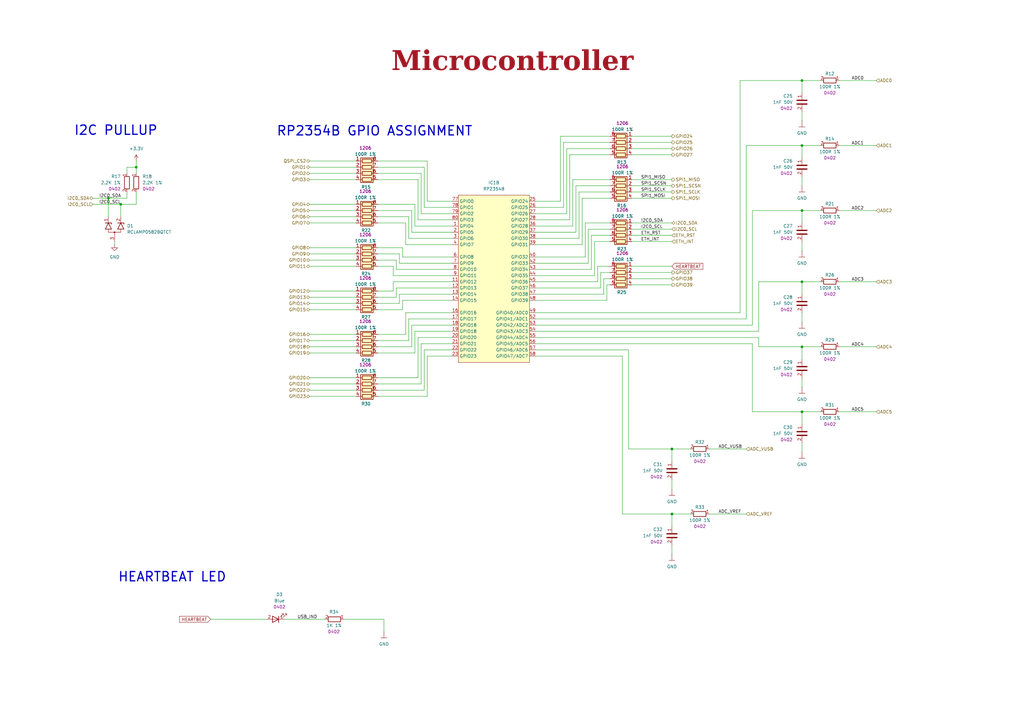
<source format=kicad_sch>
(kicad_sch (version 20250114) (generator "eeschema") (generator_version "9.0")
  (paper "A3")
  (title_block (title "Microcontroller") (date "2026-02-05") (rev "1.0.0") (company "DvidMakesThings"))
  (lib_symbols
    (symbol "DS_Capacitor_0402:1nF 50V 0402"
      (property "Reference" "C" (at 3.81 2.032 0))
      (property "Value" "1nF 50V" (at 3.81 0 0))
      (property "FOOTPRINT_SHORT" "0402" (at 3.81 -2.032 0))
      (symbol "1nF 50V 0402_1_1"
        (pin passive line (at 0 3.81 270) (length 2.794) (name "~") (number "1"))
        (pin passive line (at 0 -3.81 90) (length 2.794) (name "~") (number "2"))
      )
    )
    (symbol "DS_Diode:RCLAMP0582BQTCT"
      (property "Reference" "D" (at 5.588 1.778 0))
      (property "Value" "RCLAMP0582BQTCT" (at 5.588 -0.254 0))
      (symbol "RCLAMP0582BQTCT_0_1"
        (pin passive line (at 0 -5.08 90) (length 2.54) (name "A") (number "3"))
      )
      (symbol "RCLAMP0582BQTCT_1_1"
        (pin passive line (at -2.54 5.08 270) (length 2.54) (name "K1") (number "1"))
        (pin passive line (at 2.54 5.08 270) (length 2.54) (name "K2") (number "2"))
      )
    )
    (symbol "DS_Microcontroller:RP2354B"
      (property "Reference" "IC" (at 5.588 39.37 0))
      (property "Value" "RP2354B" (at 6.096 36.83 0))
      (symbol "RP2354B_1_1"
        (pin power_in line (at -16.51 31.75 0) (length 2.54) (name "IOVDD1") (number "5"))
        (pin power_in line (at -16.51 29.21 0) (length 2.54) (name "IOVDD2") (number "15"))
        (pin power_in line (at -16.51 26.67 0) (length 2.54) (name "IOVDD3") (number "24"))
        (pin power_in line (at -16.51 24.13 0) (length 2.54) (name "IOVDD4") (number "29"))
        (pin power_in line (at -16.51 21.59 0) (length 2.54) (name "IOVDD5") (number "41"))
        (pin power_in line (at -16.51 19.05 0) (length 2.54) (name "IOVDD6") (number "50"))
        (pin power_in line (at -16.51 16.51 0) (length 2.54) (name "IOVDD7") (number "60"))
        (pin power_in line (at -16.51 13.97 0) (length 2.54) (name "IOVDD8") (number "76"))
        (pin passive line (at -16.51 7.62 0) (length 2.54) (name "ADC_AVDD") (number "59"))
        (pin power_in line (at -16.51 5.08 0) (length 2.54) (name "VREG_AVDD") (number "61"))
        (pin power_in line (at -16.51 0 0) (length 2.54) (name "QSPI_IOVDD") (number "69"))
        (pin power_in line (at -16.51 -2.54 0) (length 2.54) (name "USB_OTP_VDD") (number "68"))
        (pin power_in line (at -16.51 -7.62 0) (length 2.54) (name "VREG_IN") (number "64"))
        (pin power_out line (at -16.51 -10.16 0) (length 2.54) (name "VREF_FB") (number "65"))
        (pin passive line (at -16.51 -12.7 0) (length 2.54) (name "VREG_LC") (number "63"))
        (pin power_in line (at -16.51 -17.78 0) (length 2.54) (name "DVDD1") (number "10"))
        (pin power_in line (at -16.51 -20.32 0) (length 2.54) (name "DVDD2") (number "32"))
        (pin power_in line (at -16.51 -22.86 0) (length 2.54) (name "DVDD3") (number "51"))
        (pin power_in line (at -16.51 -29.21 0) (length 2.54) (name "VREG_PGND") (number "62"))
        (pin power_in line (at -16.51 -31.75 0) (length 2.54) (name "GND") (number "81"))
        (pin input line (at 17.78 31.75 180) (length 2.54) (name "RUN") (number "35"))
        (pin passive line (at 17.78 19.05 180) (length 2.54) (name "USB_DM") (number "66"))
        (pin passive line (at 17.78 16.51 180) (length 2.54) (name "USB_DP") (number "67"))
        (pin passive line (at 17.78 10.16 180) (length 2.54) (name "SWDIO") (number "34"))
        (pin passive line (at 17.78 7.62 180) (length 2.54) (name "SWCLK") (number "33"))
        (pin passive line (at 17.78 0 180) (length 2.54) (name "XIN") (number "30"))
        (pin passive line (at 17.78 -2.54 180) (length 2.54) (name "XOUT") (number "31"))
        (pin passive line (at 17.78 -19.05 180) (length 2.54) (name "QSPI_SS") (number "75"))
        (pin passive line (at 17.78 -21.59 180) (length 2.54) (name "QSPI_SCLK") (number "71"))
        (pin passive line (at 17.78 -24.13 180) (length 2.54) (name "QSPI_SD0") (number "72"))
        (pin passive line (at 17.78 -26.67 180) (length 2.54) (name "QSPI_SD1") (number "74"))
        (pin passive line (at 17.78 -29.21 180) (length 2.54) (name "QSPI_SD2") (number "73"))
        (pin passive line (at 17.78 -31.75 180) (length 2.54) (name "QSPI_SD3") (number "70"))
      )
      (symbol "RP2354B_2_1"
        (pin bidirectional line (at -16.51 31.75 0) (length 2.54) (name "GPIO0") (number "77"))
        (pin bidirectional line (at -16.51 29.21 0) (length 2.54) (name "GPIO1") (number "78"))
        (pin bidirectional line (at -16.51 26.67 0) (length 2.54) (name "GPIO2") (number "79"))
        (pin bidirectional line (at -16.51 24.13 0) (length 2.54) (name "GPIO3") (number "80"))
        (pin bidirectional line (at -16.51 21.59 0) (length 2.54) (name "GPIO4") (number "1"))
        (pin bidirectional line (at -16.51 19.05 0) (length 2.54) (name "GPIO5") (number "2"))
        (pin bidirectional line (at -16.51 16.51 0) (length 2.54) (name "GPIO6") (number "3"))
        (pin bidirectional line (at -16.51 13.97 0) (length 2.54) (name "GPIO7") (number "4"))
        (pin bidirectional line (at -16.51 8.89 0) (length 2.54) (name "GPIO8") (number "6"))
        (pin bidirectional line (at -16.51 6.35 0) (length 2.54) (name "GPIO9") (number "7"))
        (pin bidirectional line (at -16.51 3.81 0) (length 2.54) (name "GPIO10") (number "8"))
        (pin bidirectional line (at -16.51 1.27 0) (length 2.54) (name "GPIO11") (number "9"))
        (pin bidirectional line (at -16.51 -1.27 0) (length 2.54) (name "GPIO12") (number "11"))
        (pin bidirectional line (at -16.51 -3.81 0) (length 2.54) (name "GPIO13") (number "12"))
        (pin bidirectional line (at -16.51 -6.35 0) (length 2.54) (name "GPIO14") (number "13"))
        (pin bidirectional line (at -16.51 -8.89 0) (length 2.54) (name "GPIO15") (number "14"))
        (pin bidirectional line (at -16.51 -13.97 0) (length 2.54) (name "GPIO16") (number "16"))
        (pin bidirectional line (at -16.51 -16.51 0) (length 2.54) (name "GPIO17") (number "17"))
        (pin bidirectional line (at -16.51 -19.05 0) (length 2.54) (name "GPIO18") (number "18"))
        (pin bidirectional line (at -16.51 -21.59 0) (length 2.54) (name "GPIO18") (number "19"))
        (pin bidirectional line (at -16.51 -24.13 0) (length 2.54) (name "GPIO20") (number "20"))
        (pin bidirectional line (at -16.51 -26.67 0) (length 2.54) (name "GPIO21") (number "21"))
        (pin bidirectional line (at -16.51 -29.21 0) (length 2.54) (name "GPIO22") (number "22"))
        (pin bidirectional line (at -16.51 -31.75 0) (length 2.54) (name "GPIO23") (number "23"))
        (pin bidirectional line (at 17.78 31.75 180) (length 2.54) (name "GPIO24") (number "25"))
        (pin bidirectional line (at 17.78 29.21 180) (length 2.54) (name "GPIO25") (number "26"))
        (pin bidirectional line (at 17.78 26.67 180) (length 2.54) (name "GPIO26") (number "27"))
        (pin bidirectional line (at 17.78 24.13 180) (length 2.54) (name "GPIO27") (number "28"))
        (pin bidirectional line (at 17.78 21.59 180) (length 2.54) (name "GPIO28") (number "36"))
        (pin bidirectional line (at 17.78 19.05 180) (length 2.54) (name "GPIO29") (number "37"))
        (pin bidirectional line (at 17.78 16.51 180) (length 2.54) (name "GPIO30") (number "38"))
        (pin bidirectional line (at 17.78 13.97 180) (length 2.54) (name "GPIO31") (number "39"))
        (pin bidirectional line (at 17.78 8.89 180) (length 2.54) (name "GPIO32") (number "40"))
        (pin bidirectional line (at 17.78 6.35 180) (length 2.54) (name "GPIO33") (number "42"))
        (pin bidirectional line (at 17.78 3.81 180) (length 2.54) (name "GPIO34") (number "43"))
        (pin bidirectional line (at 17.78 1.27 180) (length 2.54) (name "GPIO35") (number "44"))
        (pin bidirectional line (at 17.78 -1.27 180) (length 2.54) (name "GPIO36") (number "45"))
        (pin bidirectional line (at 17.78 -3.81 180) (length 2.54) (name "GPIO37") (number "46"))
        (pin bidirectional line (at 17.78 -6.35 180) (length 2.54) (name "GPIO38") (number "47"))
        (pin bidirectional line (at 17.78 -8.89 180) (length 2.54) (name "GPIO39") (number "48"))
        (pin bidirectional line (at 17.78 -13.97 180) (length 2.54) (name "GPIO40/ADC0") (number "49"))
        (pin bidirectional line (at 17.78 -16.51 180) (length 2.54) (name "GPIO41/ADC1") (number "52"))
        (pin bidirectional line (at 17.78 -19.05 180) (length 2.54) (name "GPIO42/ADC2") (number "53"))
        (pin bidirectional line (at 17.78 -21.59 180) (length 2.54) (name "GPIO43/ADC3") (number "54"))
        (pin bidirectional line (at 17.78 -24.13 180) (length 2.54) (name "GPIO44/ADC4") (number "55"))
        (pin bidirectional line (at 17.78 -26.67 180) (length 2.54) (name "GPIO45/ADC5") (number "56"))
        (pin bidirectional line (at 17.78 -29.21 180) (length 2.54) (name "GPIO46/ADC6") (number "57"))
        (pin bidirectional line (at 17.78 -31.75 180) (length 2.54) (name "GPIO47/ADC7") (number "58"))
      )
    )
    (symbol "DS_Opto:Blue 0402"
      (property "Reference" "D" (at -1.27 5.08 0))
      (property "Value" "Blue" (at -1.27 2.794 0))
      (property "Size" "0402" (at -1.016 -3.302 0))
      (symbol "Blue 0402_1_1"
        (pin passive line (at -3.81 0 0) (length 2.54) (name "") (number "1"))
        (pin passive line (at 3.81 0 180) (length 2.54) (name "") (number "2"))
      )
    )
    (symbol "DS_Resistor_0402:100R 1% 0402"
      (property "Reference" "R" (at 2.032 2.032 0))
      (property "Value" "100R 1%" (at 2.032 0 0))
      (property "FOOTPRINT_SHORT" "0402" (at 2.032 -2.032 0))
      (symbol "100R 1% 0402_1_1"
        (pin passive line (at 0 3.81 270) (length 1.27) (name "~") (number "1"))
        (pin passive line (at 0 -3.81 90) (length 1.27) (name "~") (number "2"))
      )
    )
    (symbol "DS_Resistor_0402:1K 1% 0402"
      (property "Reference" "R" (at 2.032 2.032 0))
      (property "Value" "1K 1%" (at 2.032 0 0))
      (property "FOOTPRINT_SHORT" "0402" (at 2.032 -2.032 0))
      (symbol "1K 1% 0402_1_1"
        (pin passive line (at 0 3.81 270) (length 1.27) (name "~") (number "1"))
        (pin passive line (at 0 -3.81 90) (length 1.27) (name "~") (number "2"))
      )
    )
    (symbol "DS_Resistor_0402:2.2K 1% 0402"
      (property "Reference" "R" (at 2.032 2.032 0))
      (property "Value" "2.2K 1%" (at 2.032 0 0))
      (property "FOOTPRINT_SHORT" "0402" (at 2.032 -2.032 0))
      (symbol "2.2K 1% 0402_1_1"
        (pin passive line (at 0 3.81 270) (length 1.27) (name "~") (number "1"))
        (pin passive line (at 0 -3.81 90) (length 1.27) (name "~") (number "2"))
      )
    )
    (symbol "DS_Resistor_1206:100R 1% ARRAY 1206"
      (property "Reference" "R" (at 6.096 2.794 0))
      (property "Value" "100R 1%" (at 6.096 0.762 0))
      (property "FOOTPRINT_SHORT" "1206" (at 6.096 -1.27 0))
      (symbol "100R 1% ARRAY 1206_1_1"
        (pin passive line (at -3.81 5.08 270) (length 2.54) (name "R12") (number "8"))
        (pin passive line (at -3.81 -3.81 90) (length 1.27) (name "R11") (number "1"))
        (pin passive line (at -1.27 5.08 270) (length 2.54) (name "R22") (number "7"))
        (pin passive line (at -1.27 -3.81 90) (length 1.27) (name "R12") (number "2"))
        (pin passive line (at 1.27 5.08 270) (length 2.54) (name "R23") (number "6"))
        (pin passive line (at 1.27 -3.81 90) (length 1.27) (name "R13") (number "3"))
        (pin passive line (at 3.81 5.08 270) (length 2.54) (name "R24") (number "5"))
        (pin passive line (at 3.81 -3.81 90) (length 1.27) (name "R14") (number "4"))
      )
    )
    (symbol "DS_Supply:GND" (power) (pin_numbers (hide yes)) (pin_names (offset 0) (hide yes))
      (property "Value" "GND" (at 0 -3.81 0))
      (symbol "GND_1_1"
        (pin power_in line (at 0 0 270) (length 0) (name "~") (number "1"))
      )
    )
    (symbol "power:+3.3V" (power) (pin_numbers (hide yes)) (pin_names (offset 0) (hide yes))
      (property "Value" "+3.3V" (at 0 3.556 0))
      (symbol "+3.3V_1_1"
        (pin power_in line (at 0 0 90) (length 0) (name "~") (number "1"))
      )
    )
    (symbol "power:GND" (power) (pin_numbers (hide yes)) (pin_names (offset 0) (hide yes))
      (property "Value" "GND" (at 0 -3.81 0))
      (symbol "GND_1_1"
        (pin power_in line (at 0 0 270) (length 0) (name "~") (number "1"))
      )
    )
  )
  (text "I2C PULLUP" (at 30.226 53.594 0) (effects (font (size 3.81 3.81) (thickness 0.508) (bold yes)) (justify left)))
  (text "HEARTBEAT LED" (at 48.26 236.728 0) (effects (font (size 3.81 3.81) (thickness 0.508) (bold yes)) (justify left)))
  (text "RP2354B GPIO ASSIGNMENT" (at 113.284 53.848 0) (effects (font (size 3.81 3.81) (thickness 0.508) (bold yes)) (justify left)))
  (text_box "Microcontroller" (at 12.7 19.05 0) (size 394.97 12.7) (margins 5.9999 5.9999 5.9999 5.9999) (stroke (width -0.0001)) (effects (font (size 8 8) (thickness 1.2) (bold yes))))
  (junction (at 328.93 59.69))
  (junction (at 328.93 86.36))
  (junction (at 275.59 210.82))
  (junction (at 328.93 142.24))
  (junction (at 55.88 68.58))
  (junction (at 44.45 81.28))
  (junction (at 49.53 83.82))
  (junction (at 328.93 33.02))
  (junction (at 275.59 184.15))
  (junction (at 328.93 168.91))
  (junction (at 328.93 115.57))
  (wire (pts (xy 328.93 185.42) (xy 328.93 181.61)))
  (wire (pts (xy 154.94 121.92) (xy 162.56 121.92)))
  (wire (pts (xy 236.22 76.2) (xy 236.22 95.25)))
  (wire (pts (xy 154.94 106.68) (xy 162.56 106.68)))
  (wire (pts (xy 38.1 83.82) (xy 49.53 83.82)))
  (wire (pts (xy 219.71 133.35) (xy 308.61 133.35)))
  (wire (pts (xy 109.22 254) (xy 86.36 254)))
  (wire (pts (xy 247.65 120.65) (xy 219.71 120.65)))
  (wire (pts (xy 328.93 115.57) (xy 328.93 120.65)))
  (wire (pts (xy 166.37 137.16) (xy 166.37 128.27)))
  (wire (pts (xy 157.48 254) (xy 157.48 259.08)))
  (wire (pts (xy 175.26 66.04) (xy 175.26 82.55)))
  (wire (pts (xy 232.41 87.63) (xy 219.71 87.63)))
  (wire (pts (xy 154.94 137.16) (xy 166.37 137.16)))
  (wire (pts (xy 171.45 138.43) (xy 185.42 138.43)))
  (wire (pts (xy 336.55 115.57) (xy 328.93 115.57)))
  (wire (pts (xy 166.37 91.44) (xy 166.37 100.33)))
  (wire (pts (xy 311.15 138.43) (xy 311.15 142.24)))
  (wire (pts (xy 240.03 91.44) (xy 240.03 105.41)))
  (wire (pts (xy 127 160.02) (xy 146.05 160.02)))
  (wire (pts (xy 166.37 100.33) (xy 185.42 100.33)))
  (wire (pts (xy 306.07 184.15) (xy 290.83 184.15)))
  (wire (pts (xy 168.91 142.24) (xy 168.91 133.35)))
  (wire (pts (xy 165.1 105.41) (xy 185.42 105.41)))
  (wire (pts (xy 237.49 78.74) (xy 237.49 97.79)))
  (wire (pts (xy 248.92 116.84) (xy 250.19 116.84)))
  (wire (pts (xy 52.07 68.58) (xy 55.88 68.58)))
  (wire (pts (xy 170.18 135.89) (xy 185.42 135.89)))
  (wire (pts (xy 127 106.68) (xy 146.05 106.68)))
  (wire (pts (xy 259.08 58.42) (xy 275.59 58.42)))
  (wire (pts (xy 55.88 78.74) (xy 55.88 83.82)))
  (wire (pts (xy 241.3 93.98) (xy 241.3 107.95)))
  (wire (pts (xy 250.19 76.2) (xy 236.22 76.2)))
  (wire (pts (xy 127 66.04) (xy 146.05 66.04)))
  (wire (pts (xy 234.95 73.66) (xy 234.95 92.71)))
  (wire (pts (xy 242.57 110.49) (xy 219.71 110.49)))
  (wire (pts (xy 171.45 90.17) (xy 185.42 90.17)))
  (wire (pts (xy 173.99 143.51) (xy 185.42 143.51)))
  (wire (pts (xy 127 142.24) (xy 146.05 142.24)))
  (wire (pts (xy 163.83 104.14) (xy 163.83 107.95)))
  (wire (pts (xy 359.41 33.02) (xy 344.17 33.02)))
  (wire (pts (xy 336.55 86.36) (xy 328.93 86.36)))
  (wire (pts (xy 303.53 128.27) (xy 303.53 33.02)))
  (wire (pts (xy 219.71 138.43) (xy 311.15 138.43)))
  (wire (pts (xy 231.14 85.09) (xy 219.71 85.09)))
  (wire (pts (xy 175.26 146.05) (xy 185.42 146.05)))
  (wire (pts (xy 52.07 71.12) (xy 52.07 68.58)))
  (wire (pts (xy 154.94 157.48) (xy 172.72 157.48)))
  (wire (pts (xy 328.93 76.2) (xy 328.93 72.39)))
  (wire (pts (xy 328.93 142.24) (xy 328.93 147.32)))
  (wire (pts (xy 172.72 87.63) (xy 185.42 87.63)))
  (wire (pts (xy 259.08 55.88) (xy 275.59 55.88)))
  (wire (pts (xy 154.94 66.04) (xy 175.26 66.04)))
  (wire (pts (xy 259.08 91.44) (xy 275.59 91.44)))
  (wire (pts (xy 116.84 254) (xy 133.35 254)))
  (wire (pts (xy 233.68 90.17) (xy 219.71 90.17)))
  (wire (pts (xy 154.94 144.78) (xy 170.18 144.78)))
  (wire (pts (xy 171.45 73.66) (xy 171.45 90.17)))
  (wire (pts (xy 127 101.6) (xy 146.05 101.6)))
  (wire (pts (xy 229.87 55.88) (xy 229.87 82.55)))
  (wire (pts (xy 44.45 81.28) (xy 44.45 88.9)))
  (wire (pts (xy 259.08 76.2) (xy 275.59 76.2)))
  (wire (pts (xy 167.64 97.79) (xy 185.42 97.79)))
  (wire (pts (xy 243.84 113.03) (xy 219.71 113.03)))
  (wire (pts (xy 275.59 184.15) (xy 275.59 189.23)))
  (wire (pts (xy 127 157.48) (xy 146.05 157.48)))
  (wire (pts (xy 172.72 157.48) (xy 172.72 140.97)))
  (wire (pts (xy 275.59 227.33) (xy 275.59 223.52)))
  (wire (pts (xy 238.76 81.28) (xy 238.76 100.33)))
  (wire (pts (xy 306.07 59.69) (xy 328.93 59.69)))
  (wire (pts (xy 165.1 123.19) (xy 185.42 123.19)))
  (wire (pts (xy 52.07 78.74) (xy 52.07 81.28)))
  (wire (pts (xy 170.18 83.82) (xy 170.18 92.71)))
  (wire (pts (xy 238.76 100.33) (xy 219.71 100.33)))
  (wire (pts (xy 245.11 109.22) (xy 250.19 109.22)))
  (wire (pts (xy 161.29 113.03) (xy 185.42 113.03)))
  (wire (pts (xy 259.08 81.28) (xy 275.59 81.28)))
  (wire (pts (xy 154.94 71.12) (xy 172.72 71.12)))
  (wire (pts (xy 246.38 111.76) (xy 250.19 111.76)))
  (wire (pts (xy 219.71 135.89) (xy 311.15 135.89)))
  (wire (pts (xy 336.55 33.02) (xy 328.93 33.02)))
  (wire (pts (xy 359.41 59.69) (xy 344.17 59.69)))
  (wire (pts (xy 259.08 109.22) (xy 275.59 109.22)))
  (wire (pts (xy 127 144.78) (xy 146.05 144.78)))
  (wire (pts (xy 154.94 154.94) (xy 171.45 154.94)))
  (wire (pts (xy 275.59 200.66) (xy 275.59 196.85)))
  (wire (pts (xy 283.21 210.82) (xy 275.59 210.82)))
  (wire (pts (xy 250.19 78.74) (xy 237.49 78.74)))
  (wire (pts (xy 171.45 154.94) (xy 171.45 138.43)))
  (wire (pts (xy 168.91 86.36) (xy 168.91 95.25)))
  (wire (pts (xy 165.1 127) (xy 165.1 123.19)))
  (wire (pts (xy 308.61 86.36) (xy 328.93 86.36)))
  (wire (pts (xy 306.07 130.81) (xy 306.07 59.69)))
  (wire (pts (xy 173.99 68.58) (xy 173.99 85.09)))
  (wire (pts (xy 219.71 143.51) (xy 257.81 143.51)))
  (wire (pts (xy 154.94 127) (xy 165.1 127)))
  (wire (pts (xy 154.94 160.02) (xy 173.99 160.02)))
  (wire (pts (xy 219.71 140.97) (xy 308.61 140.97)))
  (wire (pts (xy 328.93 132.08) (xy 328.93 128.27)))
  (wire (pts (xy 127 109.22) (xy 146.05 109.22)))
  (wire (pts (xy 173.99 160.02) (xy 173.99 143.51)))
  (wire (pts (xy 55.88 68.58) (xy 55.88 71.12)))
  (wire (pts (xy 154.94 88.9) (xy 167.64 88.9)))
  (wire (pts (xy 154.94 109.22) (xy 161.29 109.22)))
  (wire (pts (xy 255.27 210.82) (xy 275.59 210.82)))
  (wire (pts (xy 242.57 96.52) (xy 242.57 110.49)))
  (wire (pts (xy 154.94 68.58) (xy 173.99 68.58)))
  (wire (pts (xy 38.1 81.28) (xy 44.45 81.28)))
  (wire (pts (xy 127 137.16) (xy 146.05 137.16)))
  (wire (pts (xy 162.56 121.92) (xy 162.56 118.11)))
  (wire (pts (xy 336.55 168.91) (xy 328.93 168.91)))
  (wire (pts (xy 162.56 106.68) (xy 162.56 110.49)))
  (wire (pts (xy 328.93 158.75) (xy 328.93 154.94)))
  (wire (pts (xy 127 86.36) (xy 146.05 86.36)))
  (wire (pts (xy 127 83.82) (xy 146.05 83.82)))
  (wire (pts (xy 241.3 107.95) (xy 219.71 107.95)))
  (wire (pts (xy 306.07 210.82) (xy 290.83 210.82)))
  (wire (pts (xy 328.93 59.69) (xy 328.93 64.77)))
  (wire (pts (xy 247.65 114.3) (xy 247.65 120.65)))
  (wire (pts (xy 250.19 58.42) (xy 231.14 58.42)))
  (wire (pts (xy 229.87 82.55) (xy 219.71 82.55)))
  (wire (pts (xy 303.53 33.02) (xy 328.93 33.02)))
  (wire (pts (xy 163.83 124.46) (xy 163.83 120.65)))
  (wire (pts (xy 154.94 139.7) (xy 167.64 139.7)))
  (wire (pts (xy 127 71.12) (xy 146.05 71.12)))
  (wire (pts (xy 308.61 133.35) (xy 308.61 86.36)))
  (wire (pts (xy 259.08 114.3) (xy 275.59 114.3)))
  (wire (pts (xy 46.99 100.33) (xy 46.99 99.06)))
  (wire (pts (xy 168.91 133.35) (xy 185.42 133.35)))
  (wire (pts (xy 127 162.56) (xy 146.05 162.56)))
  (wire (pts (xy 163.83 107.95) (xy 185.42 107.95)))
  (wire (pts (xy 257.81 143.51) (xy 257.81 184.15)))
  (wire (pts (xy 259.08 60.96) (xy 275.59 60.96)))
  (wire (pts (xy 248.92 116.84) (xy 248.92 123.19)))
  (wire (pts (xy 259.08 93.98) (xy 275.59 93.98)))
  (wire (pts (xy 172.72 71.12) (xy 172.72 87.63)))
  (wire (pts (xy 328.93 86.36) (xy 328.93 91.44)))
  (wire (pts (xy 248.92 123.19) (xy 219.71 123.19)))
  (wire (pts (xy 308.61 168.91) (xy 328.93 168.91)))
  (wire (pts (xy 167.64 130.81) (xy 185.42 130.81)))
  (wire (pts (xy 237.49 97.79) (xy 219.71 97.79)))
  (wire (pts (xy 311.15 135.89) (xy 311.15 115.57)))
  (wire (pts (xy 49.53 83.82) (xy 55.88 83.82)))
  (wire (pts (xy 173.99 85.09) (xy 185.42 85.09)))
  (wire (pts (xy 127 68.58) (xy 146.05 68.58)))
  (wire (pts (xy 259.08 116.84) (xy 275.59 116.84)))
  (wire (pts (xy 259.08 78.74) (xy 275.59 78.74)))
  (wire (pts (xy 154.94 162.56) (xy 175.26 162.56)))
  (wire (pts (xy 154.94 73.66) (xy 171.45 73.66)))
  (wire (pts (xy 240.03 105.41) (xy 219.71 105.41)))
  (wire (pts (xy 250.19 60.96) (xy 232.41 60.96)))
  (wire (pts (xy 170.18 144.78) (xy 170.18 135.89)))
  (wire (pts (xy 336.55 142.24) (xy 328.93 142.24)))
  (wire (pts (xy 167.64 88.9) (xy 167.64 97.79)))
  (wire (pts (xy 308.61 140.97) (xy 308.61 168.91)))
  (wire (pts (xy 259.08 111.76) (xy 275.59 111.76)))
  (wire (pts (xy 328.93 102.87) (xy 328.93 99.06)))
  (wire (pts (xy 259.08 63.5) (xy 275.59 63.5)))
  (wire (pts (xy 250.19 96.52) (xy 242.57 96.52)))
  (wire (pts (xy 243.84 99.06) (xy 243.84 113.03)))
  (wire (pts (xy 161.29 119.38) (xy 154.94 119.38)))
  (wire (pts (xy 49.53 83.82) (xy 49.53 88.9)))
  (wire (pts (xy 127 73.66) (xy 146.05 73.66)))
  (wire (pts (xy 255.27 146.05) (xy 219.71 146.05)))
  (wire (pts (xy 250.19 73.66) (xy 234.95 73.66)))
  (wire (pts (xy 154.94 101.6) (xy 165.1 101.6)))
  (wire (pts (xy 127 91.44) (xy 146.05 91.44)))
  (wire (pts (xy 359.41 115.57) (xy 344.17 115.57)))
  (wire (pts (xy 154.94 91.44) (xy 166.37 91.44)))
  (wire (pts (xy 219.71 128.27) (xy 303.53 128.27)))
  (wire (pts (xy 55.88 66.04) (xy 55.88 68.58)))
  (wire (pts (xy 163.83 120.65) (xy 185.42 120.65)))
  (wire (pts (xy 140.97 254) (xy 157.48 254)))
  (wire (pts (xy 168.91 95.25) (xy 185.42 95.25)))
  (wire (pts (xy 127 124.46) (xy 146.05 124.46)))
  (wire (pts (xy 170.18 92.71) (xy 185.42 92.71)))
  (wire (pts (xy 127 127) (xy 146.05 127)))
  (wire (pts (xy 359.41 142.24) (xy 344.17 142.24)))
  (wire (pts (xy 246.38 118.11) (xy 219.71 118.11)))
  (wire (pts (xy 259.08 96.52) (xy 275.59 96.52)))
  (wire (pts (xy 311.15 142.24) (xy 328.93 142.24)))
  (wire (pts (xy 247.65 114.3) (xy 250.19 114.3)))
  (wire (pts (xy 234.95 92.71) (xy 219.71 92.71)))
  (wire (pts (xy 127 88.9) (xy 146.05 88.9)))
  (wire (pts (xy 250.19 91.44) (xy 240.03 91.44)))
  (wire (pts (xy 336.55 59.69) (xy 328.93 59.69)))
  (wire (pts (xy 250.19 99.06) (xy 243.84 99.06)))
  (wire (pts (xy 359.41 86.36) (xy 344.17 86.36)))
  (wire (pts (xy 175.26 82.55) (xy 185.42 82.55)))
  (wire (pts (xy 236.22 95.25) (xy 219.71 95.25)))
  (wire (pts (xy 161.29 115.57) (xy 185.42 115.57)))
  (wire (pts (xy 44.45 81.28) (xy 52.07 81.28)))
  (wire (pts (xy 127 154.94) (xy 146.05 154.94)))
  (wire (pts (xy 328.93 49.53) (xy 328.93 45.72)))
  (wire (pts (xy 231.14 58.42) (xy 231.14 85.09)))
  (wire (pts (xy 257.81 184.15) (xy 275.59 184.15)))
  (wire (pts (xy 154.94 142.24) (xy 168.91 142.24)))
  (wire (pts (xy 172.72 140.97) (xy 185.42 140.97)))
  (wire (pts (xy 359.41 168.91) (xy 344.17 168.91)))
  (wire (pts (xy 154.94 83.82) (xy 170.18 83.82)))
  (wire (pts (xy 259.08 99.06) (xy 275.59 99.06)))
  (wire (pts (xy 161.29 109.22) (xy 161.29 113.03)))
  (wire (pts (xy 167.64 139.7) (xy 167.64 130.81)))
  (wire (pts (xy 245.11 109.22) (xy 245.11 115.57)))
  (wire (pts (xy 250.19 93.98) (xy 241.3 93.98)))
  (wire (pts (xy 233.68 63.5) (xy 233.68 90.17)))
  (wire (pts (xy 127 139.7) (xy 146.05 139.7)))
  (wire (pts (xy 219.71 130.81) (xy 306.07 130.81)))
  (wire (pts (xy 154.94 86.36) (xy 168.91 86.36)))
  (wire (pts (xy 250.19 81.28) (xy 238.76 81.28)))
  (wire (pts (xy 166.37 128.27) (xy 185.42 128.27)))
  (wire (pts (xy 255.27 210.82) (xy 255.27 146.05)))
  (wire (pts (xy 246.38 111.76) (xy 246.38 118.11)))
  (wire (pts (xy 154.94 124.46) (xy 163.83 124.46)))
  (wire (pts (xy 175.26 162.56) (xy 175.26 146.05)))
  (wire (pts (xy 328.93 33.02) (xy 328.93 38.1)))
  (wire (pts (xy 328.93 168.91) (xy 328.93 173.99)))
  (wire (pts (xy 250.19 55.88) (xy 229.87 55.88)))
  (wire (pts (xy 232.41 60.96) (xy 232.41 87.63)))
  (wire (pts (xy 165.1 101.6) (xy 165.1 105.41)))
  (wire (pts (xy 127 104.14) (xy 146.05 104.14)))
  (wire (pts (xy 275.59 210.82) (xy 275.59 215.9)))
  (wire (pts (xy 311.15 115.57) (xy 328.93 115.57)))
  (wire (pts (xy 127 121.92) (xy 146.05 121.92)))
  (wire (pts (xy 245.11 115.57) (xy 219.71 115.57)))
  (wire (pts (xy 250.19 63.5) (xy 233.68 63.5)))
  (wire (pts (xy 283.21 184.15) (xy 275.59 184.15)))
  (wire (pts (xy 154.94 104.14) (xy 163.83 104.14)))
  (wire (pts (xy 162.56 118.11) (xy 185.42 118.11)))
  (wire (pts (xy 259.08 73.66) (xy 275.59 73.66)))
  (wire (pts (xy 162.56 110.49) (xy 185.42 110.49)))
  (wire (pts (xy 127 119.38) (xy 146.05 119.38)))
  (wire (pts (xy 161.29 115.57) (xy 161.29 119.38)))
  (label "USB_IND" (at 121.92 254 0))
  (label "ETH_RST" (at 262.89 96.52 0))
  (label "ADC1" (at 349.25 59.69 0))
  (label "I2C0_SCL" (at 40.64 83.82 0))
  (label "I2C0_SDA" (at 262.89 91.44 0))
  (label "ADC_VREF" (at 294.64 210.82 0))
  (label "ADC4" (at 349.25 142.24 0))
  (label "SPI1_MOSI" (at 262.89 81.28 0))
  (label "SPI1_SCSN" (at 262.89 76.2 0))
  (label "SPI1_SCLK" (at 262.89 78.74 0))
  (label "SPI1_MISO" (at 262.89 73.66 0))
  (label "ADC3" (at 349.25 115.57 0))
  (label "I2C0_SDA" (at 40.64 81.28 0))
  (label "ADC0" (at 349.25 33.02 0))
  (label "ADC_VUSB" (at 294.64 184.15 0))
  (label "ADC5" (at 349.25 168.91 0))
  (label "I2C0_SCL" (at 262.89 93.98 0))
  (label "ADC2" (at 349.25 86.36 0))
  (label "ETH_INT" (at 262.89 99.06 0))
  (global_label "HEARTBEAT" (shape input) (at 275.59 109.22 0) (property "Intersheetrefs" "${INTERSHEET_REFS}" (effects (hide yes))))
  (global_label "HEARTBEAT" (shape input) (at 86.36 254 180) (property "Intersheetrefs" "${INTERSHEET_REFS}" (effects (hide yes))))
  (hierarchical_label "GPIO27" (shape output) (at 275.59 63.5 0))
  (hierarchical_label "GPIO26" (shape output) (at 275.59 60.96 0))
  (hierarchical_label "I2C0_SCL" (shape input) (at 38.1 83.82 180))
  (hierarchical_label "I2C0_SDA" (shape bidirectional) (at 38.1 81.28 180))
  (hierarchical_label "GPIO19" (shape bidirectional) (at 127 144.78 180))
  (hierarchical_label "I2C0_SDA" (shape bidirectional) (at 275.59 91.44 0))
  (hierarchical_label "ETH_RST" (shape input) (at 275.59 96.52 0))
  (hierarchical_label "GPIO12" (shape bidirectional) (at 127 119.38 180))
  (hierarchical_label "GPIO39" (shape output) (at 275.59 116.84 0))
  (hierarchical_label "GPIO10" (shape bidirectional) (at 127 106.68 180))
  (hierarchical_label "GPIO6" (shape bidirectional) (at 127 88.9 180))
  (hierarchical_label "GPIO23" (shape bidirectional) (at 127 162.56 180))
  (hierarchical_label "GPIO8" (shape bidirectional) (at 127 101.6 180))
  (hierarchical_label "GPIO16" (shape bidirectional) (at 127 137.16 180))
  (hierarchical_label "GPIO1" (shape bidirectional) (at 127 68.58 180))
  (hierarchical_label "I2C0_SCL" (shape input) (at 275.59 93.98 0))
  (hierarchical_label "GPIO3" (shape bidirectional) (at 127 73.66 180))
  (hierarchical_label "ADC2" (shape input) (at 359.41 86.36 0))
  (hierarchical_label "ADC1" (shape input) (at 359.41 59.69 0))
  (hierarchical_label "ETH_INT" (shape input) (at 275.59 99.06 0))
  (hierarchical_label "GPIO18" (shape bidirectional) (at 127 142.24 180))
  (hierarchical_label "GPIO2" (shape bidirectional) (at 127 71.12 180))
  (hierarchical_label "ADC3" (shape input) (at 359.41 115.57 0))
  (hierarchical_label "GPIO14" (shape bidirectional) (at 127 124.46 180))
  (hierarchical_label "SPI1_MISO" (shape output) (at 275.59 73.66 0))
  (hierarchical_label "GPIO25" (shape output) (at 275.59 58.42 0))
  (hierarchical_label "GPIO5" (shape bidirectional) (at 127 86.36 180))
  (hierarchical_label "ADC0" (shape input) (at 359.41 33.02 0))
  (hierarchical_label "GPIO20" (shape bidirectional) (at 127 154.94 180))
  (hierarchical_label "QSPI_CS2" (shape bidirectional) (at 127 66.04 180))
  (hierarchical_label "GPIO17" (shape bidirectional) (at 127 139.7 180))
  (hierarchical_label "GPIO15" (shape bidirectional) (at 127 127 180))
  (hierarchical_label "GPIO38" (shape output) (at 275.59 114.3 0))
  (hierarchical_label "ADC5" (shape input) (at 359.41 168.91 0))
  (hierarchical_label "ADC4" (shape input) (at 359.41 142.24 0))
  (hierarchical_label "GPIO4" (shape bidirectional) (at 127 83.82 180))
  (hierarchical_label "GPIO9" (shape bidirectional) (at 127 104.14 180))
  (hierarchical_label "GPIO13" (shape bidirectional) (at 127 121.92 180))
  (hierarchical_label "GPIO21" (shape bidirectional) (at 127 157.48 180))
  (hierarchical_label "ADC_VREF" (shape input) (at 306.07 210.82 0))
  (hierarchical_label "GPIO24" (shape output) (at 275.59 55.88 0))
  (hierarchical_label "SPI1_SCSN" (shape output) (at 275.59 76.2 0))
  (hierarchical_label "GPIO22" (shape bidirectional) (at 127 160.02 180))
  (hierarchical_label "SPI1_SCLK" (shape output) (at 275.59 78.74 0))
  (hierarchical_label "ADC_VUSB" (shape input) (at 306.07 184.15 0))
  (hierarchical_label "GPIO7" (shape bidirectional) (at 127 91.44 180))
  (hierarchical_label "GPIO11" (shape bidirectional) (at 127 109.22 180))
  (hierarchical_label "SPI1_MOSI" (shape output) (at 275.59 81.28 0))
  (hierarchical_label "GPIO37" (shape output) (at 275.59 111.76 0))
  (symbol (lib_id "DS_Resistor_0402:100R 1% 0402") (at 287.02 210.82 270) (mirror x) (unit 1)
    (property "Reference" "R33" (at 287.02 208.026 90))
    (property "Value" "100R 1%" (at 287.02 213.36 90))
    (property "Footprint" "Resistor_SMD:R_0402_1005Metric" (effects (hide yes)))
    (property "Description" "62.5mW Thick Film Resistors 50V ±1% ±200ppm/℃ 100Ω 0402 Chip Resistor - Surface Mount ROHS" (effects (hide yes)))
    (property "LCSC_PART" "C25076" (effects (hide yes)))
    (property "ROHS" "YES" (effects (hide yes)))
    (property "FOOTPRINT_SHORT" "0402" (at 287.02 215.9 90))
  )
  (symbol (lib_id "DS_Diode:RCLAMP0582BQTCT") (at 46.99 93.98 0) (unit 1)
    (property "Reference" "D1" (at 52.07 92.6464 0) (effects (justify left)))
    (property "Value" "RCLAMP0582BQTCT" (at 52.07 95.1864 0) (effects (justify left)))
    (property "Footprint" "DS_Diode:SOT-416" (effects (hide yes)))
    (property "Datasheet" "https://semtech.my.salesforce.com/sfc/p/#E0000000JelG/a/440000001Lzx/0M5l0VFdFhBLS7TSRfd1I2V77GSkvtksC9b.1bnFtjQ" (effects (hide yes)))
    (property "Description" "20V Clamp 15A (8/20µs) Ipp Tvs Diode Surface Mount SC-75 (SOT523)" (effects (hide yes)))
    (property "MPN" "RCLAMP0582BQTCT" (effects (hide yes)))
    (property "MFR" "Semtech Corporation" (effects (hide yes)))
    (property "ROHS" "YES" (effects (hide yes)))
    (property "LCSC_PART" "C841193" (effects (hide yes)))
    (property "LCSC_PRICE" "EUR 0.6770" (effects (hide yes)))
    (property "DIST1" "https://www.digikey.at/en/products/detail/semtech-corporation/rclamp0582bqtct/4626645" (effects (hide yes)))
    (property "PPU1" "EUR 1.79000 DIGI" (effects (hide yes)))
  )
  (symbol (lib_id "DS_Resistor_0402:100R 1% 0402") (at 340.36 59.69 270) (mirror x) (unit 1)
    (property "Reference" "R14" (at 340.36 56.896 90))
    (property "Value" "100R 1%" (at 340.36 62.23 90))
    (property "Footprint" "Resistor_SMD:R_0402_1005Metric" (effects (hide yes)))
    (property "Description" "62.5mW Thick Film Resistors 50V ±1% ±200ppm/℃ 100Ω 0402 Chip Resistor - Surface Mount ROHS" (effects (hide yes)))
    (property "LCSC_PART" "C25076" (effects (hide yes)))
    (property "ROHS" "YES" (effects (hide yes)))
    (property "FOOTPRINT_SHORT" "0402" (at 340.36 64.77 90))
  )
  (symbol (lib_id "DS_Resistor_1206:100R 1% ARRAY 1206") (at 149.86 87.63 270) (unit 1)
    (property "Reference" "R22" (at 150.114 94.488 90))
    (property "Value" "100R 1%" (at 149.86 81.026 90))
    (property "Footprint" "Resistor_SMD:R_Array_Convex_4x0603" (effects (hide yes)))
    (property "Datasheet" "https://jlcpcb.com/api/file/downloadByFileSystemAccessId/8588884044750180352" (effects (hide yes)))
    (property "Description" "100Ω 4 62.5mW 8 ±1% ±200ppm/°C 0603x4 Resistor Networks, Arrays ROHS" (effects (hide yes)))
    (property "LCSC_PART" "C136838" (effects (hide yes)))
    (property "LCSC_PRICE" "EUR 0.0092" (effects (hide yes)))
    (property "ROHS" "YES" (effects (hide yes)))
    (property "FOOTPRINT_SHORT" "1206" (at 149.86 78.486 90))
    (property "MFR" "YAGEO" (effects (hide yes)))
    (property "MPN" "YC164-FR-07100RL" (effects (hide yes)))
  )
  (symbol (lib_id "power:GND") (at 46.99 100.33 0) (unit 1)
    (property "Reference" "#PWR049" (effects (hide yes)))
    (property "Value" "GND" (at 46.99 105.41 0))
    (property "Description" "Power symbol creates a global label with name \"GND\" , ground" (effects (hide yes)))
  )
  (symbol (lib_id "DS_Resistor_1206:100R 1% ARRAY 1206") (at 255.27 95.25 90) (mirror x) (unit 1)
    (property "Reference" "R23" (at 255.016 102.108 90))
    (property "Value" "100R 1%" (at 255.27 88.646 90))
    (property "Footprint" "Resistor_SMD:R_Array_Convex_4x0603" (effects (hide yes)))
    (property "Datasheet" "https://jlcpcb.com/api/file/downloadByFileSystemAccessId/8588884044750180352" (effects (hide yes)))
    (property "Description" "100Ω 4 62.5mW 8 ±1% ±200ppm/°C 0603x4 Resistor Networks, Arrays ROHS" (effects (hide yes)))
    (property "LCSC_PART" "C136838" (effects (hide yes)))
    (property "LCSC_PRICE" "EUR 0.0092" (effects (hide yes)))
    (property "ROHS" "YES" (effects (hide yes)))
    (property "FOOTPRINT_SHORT" "1206" (at 255.27 86.106 90))
    (property "MFR" "YAGEO" (effects (hide yes)))
    (property "MPN" "YC164-FR-07100RL" (effects (hide yes)))
  )
  (symbol (lib_id "DS_Supply:GND") (at 328.93 185.42 0) (unit 1)
    (property "Reference" "#PWR053" (effects (hide yes)))
    (property "Value" "GND" (at 328.93 190.5 0))
    (property "Description" "Power symbol creates a global label with name \"GND\" , ground" (effects (hide yes)))
  )
  (symbol (lib_id "DS_Resistor_1206:100R 1% ARRAY 1206") (at 255.27 77.47 90) (mirror x) (unit 1)
    (property "Reference" "R16" (at 255.016 84.328 90))
    (property "Value" "100R 1%" (at 255.27 70.866 90))
    (property "Footprint" "Resistor_SMD:R_Array_Convex_4x0603" (effects (hide yes)))
    (property "Datasheet" "https://jlcpcb.com/api/file/downloadByFileSystemAccessId/8588884044750180352" (effects (hide yes)))
    (property "Description" "100Ω 4 62.5mW 8 ±1% ±200ppm/°C 0603x4 Resistor Networks, Arrays ROHS" (effects (hide yes)))
    (property "LCSC_PART" "C136838" (effects (hide yes)))
    (property "LCSC_PRICE" "EUR 0.0092" (effects (hide yes)))
    (property "ROHS" "YES" (effects (hide yes)))
    (property "FOOTPRINT_SHORT" "1206" (at 255.27 68.326 90))
    (property "MFR" "YAGEO" (effects (hide yes)))
    (property "MPN" "YC164-FR-07100RL" (effects (hide yes)))
  )
  (symbol (lib_id "DS_Resistor_1206:100R 1% ARRAY 1206") (at 149.86 158.75 270) (unit 1)
    (property "Reference" "R30" (at 150.114 165.608 90))
    (property "Value" "100R 1%" (at 149.86 152.146 90))
    (property "Footprint" "Resistor_SMD:R_Array_Convex_4x0603" (effects (hide yes)))
    (property "Datasheet" "https://jlcpcb.com/api/file/downloadByFileSystemAccessId/8588884044750180352" (effects (hide yes)))
    (property "Description" "100Ω 4 62.5mW 8 ±1% ±200ppm/°C 0603x4 Resistor Networks, Arrays ROHS" (effects (hide yes)))
    (property "LCSC_PART" "C136838" (effects (hide yes)))
    (property "LCSC_PRICE" "EUR 0.0092" (effects (hide yes)))
    (property "ROHS" "YES" (effects (hide yes)))
    (property "FOOTPRINT_SHORT" "1206" (at 149.86 149.606 90))
    (property "MFR" "YAGEO" (effects (hide yes)))
    (property "MPN" "YC164-FR-07100RL" (effects (hide yes)))
  )
  (symbol (lib_id "DS_Resistor_1206:100R 1% ARRAY 1206") (at 255.27 59.69 90) (mirror x) (unit 1)
    (property "Reference" "R13" (at 255.016 66.548 90))
    (property "Value" "100R 1%" (at 255.27 53.086 90))
    (property "Footprint" "Resistor_SMD:R_Array_Convex_4x0603" (effects (hide yes)))
    (property "Datasheet" "https://jlcpcb.com/api/file/downloadByFileSystemAccessId/8588884044750180352" (effects (hide yes)))
    (property "Description" "100Ω 4 62.5mW 8 ±1% ±200ppm/°C 0603x4 Resistor Networks, Arrays ROHS" (effects (hide yes)))
    (property "LCSC_PART" "C136838" (effects (hide yes)))
    (property "LCSC_PRICE" "EUR 0.0092" (effects (hide yes)))
    (property "ROHS" "YES" (effects (hide yes)))
    (property "FOOTPRINT_SHORT" "1206" (at 255.27 50.546 90))
    (property "MFR" "YAGEO" (effects (hide yes)))
    (property "MPN" "YC164-FR-07100RL" (effects (hide yes)))
  )
  (symbol (lib_id "DS_Capacitor_0402:1nF 50V 0402") (at 328.93 95.25 0) (unit 1)
    (property "Reference" "C27" (at 325.12 92.7099 0) (effects (justify right)))
    (property "Value" "1nF 50V" (at 325.12 95.2499 0) (effects (justify right)))
    (property "Footprint" "Capacitor_SMD:C_0402_1005Metric" (effects (hide yes)))
    (property "Description" "50V 1nF X7R ±10% 0402 Multilayer Ceramic Capacitors MLCC - SMD/SMT ROHS" (effects (hide yes)))
    (property "FOOTPRINT_SHORT" "0402" (at 325.12 97.7899 0) (effects (justify right)))
    (property "ROHS" "YES" (effects (hide yes)))
    (property "LCSC_PART" "C14442" (effects (hide yes)))
  )
  (symbol (lib_id "DS_Resistor_1206:100R 1% ARRAY 1206") (at 149.86 69.85 270) (unit 1)
    (property "Reference" "R15" (at 150.114 76.708 90))
    (property "Value" "100R 1%" (at 149.86 63.246 90))
    (property "Footprint" "Resistor_SMD:R_Array_Convex_4x0603" (effects (hide yes)))
    (property "Datasheet" "https://jlcpcb.com/api/file/downloadByFileSystemAccessId/8588884044750180352" (effects (hide yes)))
    (property "Description" "100Ω 4 62.5mW 8 ±1% ±200ppm/°C 0603x4 Resistor Networks, Arrays ROHS" (effects (hide yes)))
    (property "LCSC_PART" "C136838" (effects (hide yes)))
    (property "LCSC_PRICE" "EUR 0.0092" (effects (hide yes)))
    (property "ROHS" "YES" (effects (hide yes)))
    (property "FOOTPRINT_SHORT" "1206" (at 149.86 60.706 90))
    (property "MFR" "YAGEO" (effects (hide yes)))
    (property "MPN" "YC164-FR-07100RL" (effects (hide yes)))
  )
  (symbol (lib_id "DS_Supply:GND") (at 328.93 132.08 0) (unit 1)
    (property "Reference" "#PWR051" (effects (hide yes)))
    (property "Value" "GND" (at 328.93 137.16 0))
    (property "Description" "Power symbol creates a global label with name \"GND\" , ground" (effects (hide yes)))
  )
  (symbol (lib_id "DS_Capacitor_0402:1nF 50V 0402") (at 328.93 177.8 0) (unit 1)
    (property "Reference" "C30" (at 325.12 175.2599 0) (effects (justify right)))
    (property "Value" "1nF 50V" (at 325.12 177.7999 0) (effects (justify right)))
    (property "Footprint" "Capacitor_SMD:C_0402_1005Metric" (effects (hide yes)))
    (property "Description" "50V 1nF X7R ±10% 0402 Multilayer Ceramic Capacitors MLCC - SMD/SMT ROHS" (effects (hide yes)))
    (property "FOOTPRINT_SHORT" "0402" (at 325.12 180.3399 0) (effects (justify right)))
    (property "ROHS" "YES" (effects (hide yes)))
    (property "LCSC_PART" "C14442" (effects (hide yes)))
  )
  (symbol (lib_id "DS_Capacitor_0402:1nF 50V 0402") (at 328.93 68.58 0) (unit 1)
    (property "Reference" "C26" (at 325.12 66.0399 0) (effects (justify right)))
    (property "Value" "1nF 50V" (at 325.12 68.5799 0) (effects (justify right)))
    (property "Footprint" "Capacitor_SMD:C_0402_1005Metric" (effects (hide yes)))
    (property "Description" "50V 1nF X7R ±10% 0402 Multilayer Ceramic Capacitors MLCC - SMD/SMT ROHS" (effects (hide yes)))
    (property "FOOTPRINT_SHORT" "0402" (at 325.12 71.1199 0) (effects (justify right)))
    (property "ROHS" "YES" (effects (hide yes)))
    (property "LCSC_PART" "C14442" (effects (hide yes)))
  )
  (symbol (lib_id "DS_Capacitor_0402:1nF 50V 0402") (at 328.93 41.91 0) (unit 1)
    (property "Reference" "C25" (at 325.12 39.3699 0) (effects (justify right)))
    (property "Value" "1nF 50V" (at 325.12 41.9099 0) (effects (justify right)))
    (property "Footprint" "Capacitor_SMD:C_0402_1005Metric" (effects (hide yes)))
    (property "Description" "50V 1nF X7R ±10% 0402 Multilayer Ceramic Capacitors MLCC - SMD/SMT ROHS" (effects (hide yes)))
    (property "FOOTPRINT_SHORT" "0402" (at 325.12 44.4499 0) (effects (justify right)))
    (property "ROHS" "YES" (effects (hide yes)))
    (property "LCSC_PART" "C14442" (effects (hide yes)))
  )
  (symbol (lib_id "power:+3.3V") (at 55.88 66.04 0) (unit 1)
    (property "Reference" "#PWR045" (effects (hide yes)))
    (property "Value" "+3.3V" (at 55.88 60.96 0))
    (property "Description" "Power symbol creates a global label with name \"+3.3V\"" (effects (hide yes)))
  )
  (symbol (lib_id "DS_Resistor_0402:1K 1% 0402") (at 137.16 254 270) (unit 1)
    (property "Reference" "R34" (at 138.938 250.952 90) (effects (justify right)))
    (property "Value" "1K 1%" (at 140.208 256.54 90) (effects (justify right)))
    (property "Footprint" "Resistor_SMD:R_0402_1005Metric" (effects (hide yes)))
    (property "Description" "62.5mW Thick Film Resistors 50V ±100ppm/℃ ±1% 1kΩ 0402 Chip Resistor - Surface Mount ROHS" (effects (hide yes)))
    (property "LCSC_PART" "C11702" (effects (hide yes)))
    (property "ROHS" "YES" (effects (hide yes)))
    (property "FOOTPRINT_SHORT" "0402" (at 139.446 259.08 90) (effects (justify right)))
    (property "MFR" "FH" (effects (hide yes)))
  )
  (symbol (lib_id "DS_Capacitor_0402:1nF 50V 0402") (at 275.59 193.04 0) (unit 1)
    (property "Reference" "C31" (at 271.78 190.4999 0) (effects (justify right)))
    (property "Value" "1nF 50V" (at 271.78 193.0399 0) (effects (justify right)))
    (property "Footprint" "Capacitor_SMD:C_0402_1005Metric" (effects (hide yes)))
    (property "Description" "50V 1nF X7R ±10% 0402 Multilayer Ceramic Capacitors MLCC - SMD/SMT ROHS" (effects (hide yes)))
    (property "FOOTPRINT_SHORT" "0402" (at 271.78 195.5799 0) (effects (justify right)))
    (property "ROHS" "YES" (effects (hide yes)))
    (property "LCSC_PART" "C14442" (effects (hide yes)))
  )
  (symbol (lib_id "DS_Supply:GND") (at 328.93 102.87 0) (unit 1)
    (property "Reference" "#PWR048" (effects (hide yes)))
    (property "Value" "GND" (at 328.93 107.95 0))
    (property "Description" "Power symbol creates a global label with name \"GND\" , ground" (effects (hide yes)))
  )
  (symbol (lib_id "DS_Supply:GND") (at 328.93 76.2 0) (unit 1)
    (property "Reference" "#PWR047" (effects (hide yes)))
    (property "Value" "GND" (at 328.93 81.28 0))
    (property "Description" "Power symbol creates a global label with name \"GND\" , ground" (effects (hide yes)))
  )
  (symbol (lib_id "DS_Resistor_1206:100R 1% ARRAY 1206") (at 255.27 113.03 90) (mirror x) (unit 1)
    (property "Reference" "R25" (at 255.016 119.888 90))
    (property "Value" "100R 1%" (at 255.27 106.426 90))
    (property "Footprint" "Resistor_SMD:R_Array_Convex_4x0603" (effects (hide yes)))
    (property "Datasheet" "https://jlcpcb.com/api/file/downloadByFileSystemAccessId/8588884044750180352" (effects (hide yes)))
    (property "Description" "100Ω 4 62.5mW 8 ±1% ±200ppm/°C 0603x4 Resistor Networks, Arrays ROHS" (effects (hide yes)))
    (property "LCSC_PART" "C136838" (effects (hide yes)))
    (property "LCSC_PRICE" "EUR 0.0092" (effects (hide yes)))
    (property "ROHS" "YES" (effects (hide yes)))
    (property "FOOTPRINT_SHORT" "1206" (at 255.27 103.886 90))
    (property "MFR" "YAGEO" (effects (hide yes)))
    (property "MPN" "YC164-FR-07100RL" (effects (hide yes)))
  )
  (symbol (lib_id "DS_Resistor_0402:2.2K 1% 0402") (at 55.88 74.93 0) (unit 1)
    (property "Reference" "R18" (at 58.42 72.3899 0) (effects (justify left)))
    (property "Value" "2.2K 1%" (at 58.42 74.9299 0) (effects (justify left)))
    (property "Footprint" "Resistor_SMD:R_0402_1005Metric" (effects (hide yes)))
    (property "Description" "62.5mW Thick Film Resistors 50V ±100ppm/℃ ±1% 2.2kΩ 0402 Chip Resistor - Surface Mount ROHS" (effects (hide yes)))
    (property "LCSC_PART" "C25879" (effects (hide yes)))
    (property "ROHS" "YES" (effects (hide yes)))
    (property "FOOTPRINT_SHORT" "0402" (at 58.42 77.4699 0) (effects (justify left)))
  )
  (symbol (lib_id "DS_Microcontroller:RP2354B") (at 201.93 114.3 0) (unit 2)
    (property "Reference" "IC1" (at 202.565 74.93 0))
    (property "Value" "RP2354B" (at 202.565 77.47 0))
    (property "Footprint" "DS_Microcontroller:QFN80_10x10" (effects (hide yes)))
    (property "Datasheet" "https://pip-assets.raspberrypi.com/categories/1214-rp2350/documents/RP-008373-DS-2-rp2350-datasheet.pdf?disposition=inline" (effects (hide yes)))
    (property "Description" "QFN-80-EP(10x10) Microcontrollers (MCU/MPU/SOC) ROHS" (effects (hide yes)))
    (property "LCSC_PART" "C39843328" (effects (hide yes)))
    (property "MFR" "Raspberry Pi " (effects (hide yes)))
    (property "MPN" "RP2354B" (effects (hide yes)))
    (property "ROHS" "YES" (effects (hide yes)))
  )
  (symbol (lib_id "DS_Supply:GND") (at 275.59 200.66 0) (unit 1)
    (property "Reference" "#PWR054" (effects (hide yes)))
    (property "Value" "GND" (at 275.59 205.74 0))
    (property "Description" "Power symbol creates a global label with name \"GND\" , ground" (effects (hide yes)))
  )
  (symbol (lib_id "DS_Supply:GND") (at 328.93 158.75 0) (unit 1)
    (property "Reference" "#PWR052" (effects (hide yes)))
    (property "Value" "GND" (at 328.93 163.83 0))
    (property "Description" "Power symbol creates a global label with name \"GND\" , ground" (effects (hide yes)))
  )
  (symbol (lib_id "DS_Resistor_1206:100R 1% ARRAY 1206") (at 149.86 105.41 270) (unit 1)
    (property "Reference" "R24" (at 150.114 112.268 90))
    (property "Value" "100R 1%" (at 149.86 98.806 90))
    (property "Footprint" "Resistor_SMD:R_Array_Convex_4x0603" (effects (hide yes)))
    (property "Datasheet" "https://jlcpcb.com/api/file/downloadByFileSystemAccessId/8588884044750180352" (effects (hide yes)))
    (property "Description" "100Ω 4 62.5mW 8 ±1% ±200ppm/°C 0603x4 Resistor Networks, Arrays ROHS" (effects (hide yes)))
    (property "LCSC_PART" "C136838" (effects (hide yes)))
    (property "LCSC_PRICE" "EUR 0.0092" (effects (hide yes)))
    (property "ROHS" "YES" (effects (hide yes)))
    (property "FOOTPRINT_SHORT" "1206" (at 149.86 96.266 90))
    (property "MFR" "YAGEO" (effects (hide yes)))
    (property "MPN" "YC164-FR-07100RL" (effects (hide yes)))
  )
  (symbol (lib_id "DS_Resistor_0402:100R 1% 0402") (at 340.36 86.36 270) (mirror x) (unit 1)
    (property "Reference" "R21" (at 340.36 83.566 90))
    (property "Value" "100R 1%" (at 340.36 88.9 90))
    (property "Footprint" "Resistor_SMD:R_0402_1005Metric" (effects (hide yes)))
    (property "Description" "62.5mW Thick Film Resistors 50V ±1% ±200ppm/℃ 100Ω 0402 Chip Resistor - Surface Mount ROHS" (effects (hide yes)))
    (property "LCSC_PART" "C25076" (effects (hide yes)))
    (property "ROHS" "YES" (effects (hide yes)))
    (property "FOOTPRINT_SHORT" "0402" (at 340.36 91.44 90))
  )
  (symbol (lib_id "DS_Resistor_0402:100R 1% 0402") (at 340.36 33.02 270) (mirror x) (unit 1)
    (property "Reference" "R12" (at 340.36 30.226 90))
    (property "Value" "100R 1%" (at 340.36 35.56 90))
    (property "Footprint" "Resistor_SMD:R_0402_1005Metric" (effects (hide yes)))
    (property "Description" "62.5mW Thick Film Resistors 50V ±1% ±200ppm/℃ 100Ω 0402 Chip Resistor - Surface Mount ROHS" (effects (hide yes)))
    (property "LCSC_PART" "C25076" (effects (hide yes)))
    (property "ROHS" "YES" (effects (hide yes)))
    (property "FOOTPRINT_SHORT" "0402" (at 340.36 38.1 90))
  )
  (symbol (lib_id "DS_Resistor_0402:100R 1% 0402") (at 287.02 184.15 270) (mirror x) (unit 1)
    (property "Reference" "R32" (at 287.02 181.356 90))
    (property "Value" "100R 1%" (at 287.02 186.69 90))
    (property "Footprint" "Resistor_SMD:R_0402_1005Metric" (effects (hide yes)))
    (property "Description" "62.5mW Thick Film Resistors 50V ±1% ±200ppm/℃ 100Ω 0402 Chip Resistor - Surface Mount ROHS" (effects (hide yes)))
    (property "LCSC_PART" "C25076" (effects (hide yes)))
    (property "ROHS" "YES" (effects (hide yes)))
    (property "FOOTPRINT_SHORT" "0402" (at 287.02 189.23 90))
  )
  (symbol (lib_id "DS_Resistor_0402:100R 1% 0402") (at 340.36 142.24 270) (mirror x) (unit 1)
    (property "Reference" "R29" (at 340.36 139.446 90))
    (property "Value" "100R 1%" (at 340.36 144.78 90))
    (property "Footprint" "Resistor_SMD:R_0402_1005Metric" (effects (hide yes)))
    (property "Description" "62.5mW Thick Film Resistors 50V ±1% ±200ppm/℃ 100Ω 0402 Chip Resistor - Surface Mount ROHS" (effects (hide yes)))
    (property "LCSC_PART" "C25076" (effects (hide yes)))
    (property "ROHS" "YES" (effects (hide yes)))
    (property "FOOTPRINT_SHORT" "0402" (at 340.36 147.32 90))
  )
  (symbol (lib_id "DS_Resistor_0402:100R 1% 0402") (at 340.36 115.57 270) (mirror x) (unit 1)
    (property "Reference" "R26" (at 340.36 112.776 90))
    (property "Value" "100R 1%" (at 340.36 118.11 90))
    (property "Footprint" "Resistor_SMD:R_0402_1005Metric" (effects (hide yes)))
    (property "Description" "62.5mW Thick Film Resistors 50V ±1% ±200ppm/℃ 100Ω 0402 Chip Resistor - Surface Mount ROHS" (effects (hide yes)))
    (property "LCSC_PART" "C25076" (effects (hide yes)))
    (property "ROHS" "YES" (effects (hide yes)))
    (property "FOOTPRINT_SHORT" "0402" (at 340.36 120.65 90))
  )
  (symbol (lib_id "DS_Supply:GND") (at 275.59 227.33 0) (unit 1)
    (property "Reference" "#PWR055" (effects (hide yes)))
    (property "Value" "GND" (at 275.59 232.41 0))
    (property "Description" "Power symbol creates a global label with name \"GND\" , ground" (effects (hide yes)))
  )
  (symbol (lib_id "DS_Capacitor_0402:1nF 50V 0402") (at 328.93 151.13 0) (unit 1)
    (property "Reference" "C29" (at 325.12 148.5899 0) (effects (justify right)))
    (property "Value" "1nF 50V" (at 325.12 151.1299 0) (effects (justify right)))
    (property "Footprint" "Capacitor_SMD:C_0402_1005Metric" (effects (hide yes)))
    (property "Description" "50V 1nF X7R ±10% 0402 Multilayer Ceramic Capacitors MLCC - SMD/SMT ROHS" (effects (hide yes)))
    (property "FOOTPRINT_SHORT" "0402" (at 325.12 153.6699 0) (effects (justify right)))
    (property "ROHS" "YES" (effects (hide yes)))
    (property "LCSC_PART" "C14442" (effects (hide yes)))
  )
  (symbol (lib_id "DS_Resistor_0402:2.2K 1% 0402") (at 52.07 74.93 0) (mirror y) (unit 1)
    (property "Reference" "R17" (at 49.53 72.3899 0) (effects (justify left)))
    (property "Value" "2.2K 1%" (at 49.53 74.9299 0) (effects (justify left)))
    (property "Footprint" "Resistor_SMD:R_0402_1005Metric" (effects (hide yes)))
    (property "Description" "62.5mW Thick Film Resistors 50V ±100ppm/℃ ±1% 2.2kΩ 0402 Chip Resistor - Surface Mount ROHS" (effects (hide yes)))
    (property "LCSC_PART" "C25879" (effects (hide yes)))
    (property "ROHS" "YES" (effects (hide yes)))
    (property "FOOTPRINT_SHORT" "0402" (at 49.53 77.4699 0) (effects (justify left)))
  )
  (symbol (lib_id "DS_Capacitor_0402:1nF 50V 0402") (at 275.59 219.71 0) (unit 1)
    (property "Reference" "C32" (at 271.78 217.1699 0) (effects (justify right)))
    (property "Value" "1nF 50V" (at 271.78 219.7099 0) (effects (justify right)))
    (property "Footprint" "Capacitor_SMD:C_0402_1005Metric" (effects (hide yes)))
    (property "Description" "50V 1nF X7R ±10% 0402 Multilayer Ceramic Capacitors MLCC - SMD/SMT ROHS" (effects (hide yes)))
    (property "FOOTPRINT_SHORT" "0402" (at 271.78 222.2499 0) (effects (justify right)))
    (property "ROHS" "YES" (effects (hide yes)))
    (property "LCSC_PART" "C14442" (effects (hide yes)))
  )
  (symbol (lib_id "DS_Supply:GND") (at 157.48 259.08 0) (unit 1)
    (property "Reference" "#PWR056" (effects (hide yes)))
    (property "Value" "GND" (at 157.48 264.16 0))
    (property "Description" "Power symbol creates a global label with name \"GND\" , ground" (effects (hide yes)))
  )
  (symbol (lib_id "DS_Opto:Blue 0402") (at 113.03 254 180) (unit 1)
    (property "Reference" "D3" (at 114.6175 243.84 0))
    (property "Value" "Blue" (at 114.6175 246.38 0))
    (property "Footprint" "LED_SMD:LED_0402_1005Metric" (effects (hide yes)))
    (property "Datasheet" "https://jlcpcb.com/api/file/downloadByFileSystemAccessId/8590921452453912577" (effects (hide yes)))
    (property "Description" "-40℃~+85℃ 120° 20mA 240mcd 3.3V 455nm~475nm 465nm 70mW Blue Discrete Diode Top-mount Water Clear 0402 LED Indication - Discrete ROHS" (effects (hide yes)))
    (property "MPN" "XL-1005UBC" (effects (hide yes)))
    (property "MFR" "XINGLIGHT" (effects (hide yes)))
    (property "LCSC_PART" "C22355736" (effects (hide yes)))
    (property "ROHS" "YES" (effects (hide yes)))
    (property "Size" "0402" (at 114.6175 248.92 0))
  )
  (symbol (lib_id "DS_Resistor_1206:100R 1% ARRAY 1206") (at 149.86 123.19 270) (unit 1)
    (property "Reference" "R27" (at 150.114 130.048 90))
    (property "Value" "100R 1%" (at 149.86 116.586 90))
    (property "Footprint" "Resistor_SMD:R_Array_Convex_4x0603" (effects (hide yes)))
    (property "Datasheet" "https://jlcpcb.com/api/file/downloadByFileSystemAccessId/8588884044750180352" (effects (hide yes)))
    (property "Description" "100Ω 4 62.5mW 8 ±1% ±200ppm/°C 0603x4 Resistor Networks, Arrays ROHS" (effects (hide yes)))
    (property "LCSC_PART" "C136838" (effects (hide yes)))
    (property "LCSC_PRICE" "EUR 0.0092" (effects (hide yes)))
    (property "ROHS" "YES" (effects (hide yes)))
    (property "FOOTPRINT_SHORT" "1206" (at 149.86 114.046 90))
    (property "MFR" "YAGEO" (effects (hide yes)))
    (property "MPN" "YC164-FR-07100RL" (effects (hide yes)))
  )
  (symbol (lib_id "DS_Resistor_1206:100R 1% ARRAY 1206") (at 149.86 140.97 270) (unit 1)
    (property "Reference" "R28" (at 150.114 147.828 90))
    (property "Value" "100R 1%" (at 149.86 134.366 90))
    (property "Footprint" "Resistor_SMD:R_Array_Convex_4x0603" (effects (hide yes)))
    (property "Datasheet" "https://jlcpcb.com/api/file/downloadByFileSystemAccessId/8588884044750180352" (effects (hide yes)))
    (property "Description" "100Ω 4 62.5mW 8 ±1% ±200ppm/°C 0603x4 Resistor Networks, Arrays ROHS" (effects (hide yes)))
    (property "LCSC_PART" "C136838" (effects (hide yes)))
    (property "LCSC_PRICE" "EUR 0.0092" (effects (hide yes)))
    (property "ROHS" "YES" (effects (hide yes)))
    (property "FOOTPRINT_SHORT" "1206" (at 149.86 131.826 90))
    (property "MFR" "YAGEO" (effects (hide yes)))
    (property "MPN" "YC164-FR-07100RL" (effects (hide yes)))
  )
  (symbol (lib_id "DS_Resistor_0402:100R 1% 0402") (at 340.36 168.91 270) (mirror x) (unit 1)
    (property "Reference" "R31" (at 340.36 166.116 90))
    (property "Value" "100R 1%" (at 340.36 171.45 90))
    (property "Footprint" "Resistor_SMD:R_0402_1005Metric" (effects (hide yes)))
    (property "Description" "62.5mW Thick Film Resistors 50V ±1% ±200ppm/℃ 100Ω 0402 Chip Resistor - Surface Mount ROHS" (effects (hide yes)))
    (property "LCSC_PART" "C25076" (effects (hide yes)))
    (property "ROHS" "YES" (effects (hide yes)))
    (property "FOOTPRINT_SHORT" "0402" (at 340.36 173.99 90))
  )
  (symbol (lib_id "DS_Capacitor_0402:1nF 50V 0402") (at 328.93 124.46 0) (unit 1)
    (property "Reference" "C28" (at 325.12 121.9199 0) (effects (justify right)))
    (property "Value" "1nF 50V" (at 325.12 124.4599 0) (effects (justify right)))
    (property "Footprint" "Capacitor_SMD:C_0402_1005Metric" (effects (hide yes)))
    (property "Description" "50V 1nF X7R ±10% 0402 Multilayer Ceramic Capacitors MLCC - SMD/SMT ROHS" (effects (hide yes)))
    (property "FOOTPRINT_SHORT" "0402" (at 325.12 126.9999 0) (effects (justify right)))
    (property "ROHS" "YES" (effects (hide yes)))
    (property "LCSC_PART" "C14442" (effects (hide yes)))
  )
  (symbol (lib_id "DS_Supply:GND") (at 328.93 49.53 0) (unit 1)
    (property "Reference" "#PWR044" (effects (hide yes)))
    (property "Value" "GND" (at 328.93 54.61 0))
    (property "Description" "Power symbol creates a global label with name \"GND\" , ground" (effects (hide yes)))
  )
)
</source>
